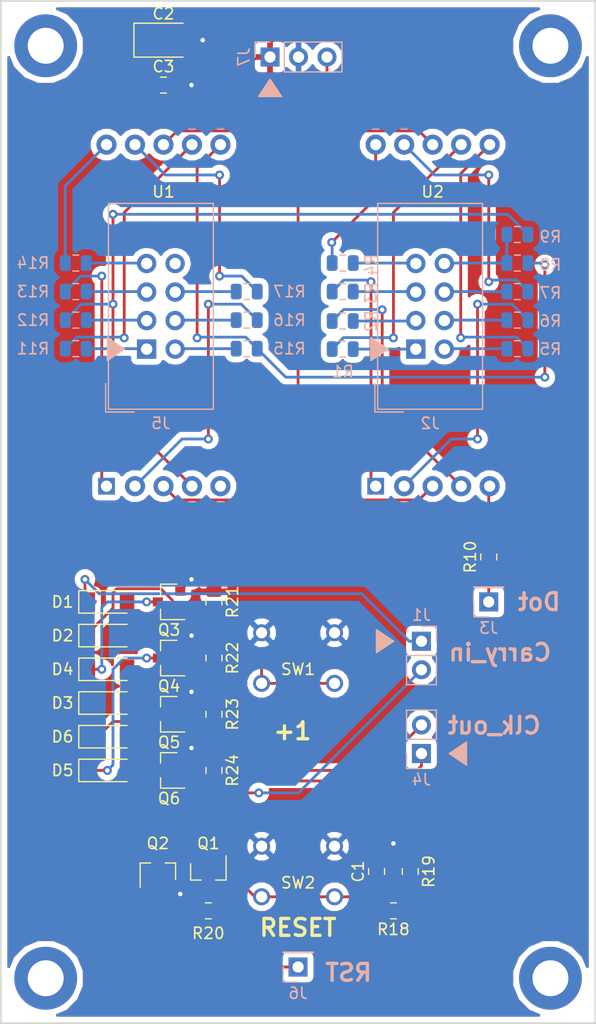
<source format=kicad_pcb>
(kicad_pcb (version 20171130) (host pcbnew "(5.0.1-3-g963ef8bb5)")
  (layers (0 F.Cu signal) (31 B.Cu signal) (34 B.Paste user) (35 F.Paste user) (36 B.SilkS user) (37 F.SilkS user) (38 B.Mask user) (39 F.Mask user) (44 Edge.Cuts user))
  (net 0 "")
  (net 1 "Net-(C1-Pad1)")
  (net 2 GND)
  (net 3 VCC)
  (net 4 /NXOR_m/A)
  (net 5 "Net-(D1-Pad2)")
  (net 6 /NXOR_m/B)
  (net 7 /NXOR_m/~A)
  (net 8 "Net-(D3-Pad2)")
  (net 9 /NXOR_m/~B)
  (net 10 "Net-(D5-Pad1)")
  (net 11 /NXOR_m/Q)
  (net 12 "Net-(D6-Pad1)")
  (net 13 "Net-(J2-Pad8)")
  (net 14 "Net-(J2-Pad7)")
  (net 15 "Net-(J2-Pad6)")
  (net 16 "Net-(J2-Pad5)")
  (net 17 "Net-(J2-Pad4)")
  (net 18 "Net-(J2-Pad3)")
  (net 19 "Net-(J2-Pad2)")
  (net 20 "Net-(J2-Pad1)")
  (net 21 "Net-(J3-Pad1)")
  (net 22 /NXOR_m/~Q)
  (net 23 "Net-(J5-Pad1)")
  (net 24 "Net-(J5-Pad2)")
  (net 25 "Net-(J5-Pad3)")
  (net 26 "Net-(J5-Pad4)")
  (net 27 "Net-(J5-Pad5)")
  (net 28 "Net-(J5-Pad6)")
  (net 29 "Net-(J5-Pad7)")
  (net 30 "Net-(J6-Pad1)")
  (net 31 VAA)
  (net 32 "Net-(Q1-Pad3)")
  (net 33 /D2_a)
  (net 34 /D2_c)
  (net 35 /D2_e)
  (net 36 /D2_g)
  (net 37 /D2_b)
  (net 38 /D2_d)
  (net 39 /D2_f)
  (net 40 /D1_b)
  (net 41 /D1_c)
  (net 42 /D2_dp)
  (net 43 /D1_a)
  (net 44 /D1_e)
  (net 45 /D1_g)
  (net 46 /D1_d)
  (net 47 /D1_f)
  (module lib:SA10-21HWA (layer F.Cu) (at 138.5 58)
    (fp_text reference U2 (at 0 -11) (layer F.SilkS))
    (fp_text value SA23-12EWA)
    (pad 10 thru_hole circle (at -5.08 -15.2) (size 1.8 1.8) (drill 1) (layers *.Cu *.Mask) (net 36 /D2_g))
    (pad 9 thru_hole circle (at -2.54 -15.2) (size 1.8 1.8) (drill 1) (layers *.Cu *.Mask) (net 39 /D2_f))
    (pad 8 thru_hole circle (at 0 -15.2) (size 1.8 1.8) (drill 1) (layers *.Cu *.Mask) (net 31 VAA))
    (pad 7 thru_hole circle (at 2.54 -15.2) (size 1.8 1.8) (drill 1) (layers *.Cu *.Mask) (net 33 /D2_a))
    (pad 6 thru_hole circle (at 5.08 -15.2) (size 1.8 1.8) (drill 1) (layers *.Cu *.Mask) (net 37 /D2_b))
    (pad 1 thru_hole rect (at -5.08 15.2) (size 1.5 1.5) (drill 1) (layers *.Cu *.Mask) (net 35 /D2_e))
    (pad 2 thru_hole circle (at -2.54 15.2) (size 1.8 1.8) (drill 1) (layers *.Cu *.Mask) (net 38 /D2_d))
    (pad 3 thru_hole circle (at 0 15.2) (size 1.8 1.8) (drill 1) (layers *.Cu *.Mask) (net 31 VAA))
    (pad 4 thru_hole circle (at 2.54 15.2) (size 1.8 1.8) (drill 1) (layers *.Cu *.Mask) (net 34 /D2_c))
    (pad 5 thru_hole circle (at 5.08 15.2) (size 1.8 1.8) (drill 1) (layers *.Cu *.Mask) (net 42 /D2_dp))
  )
  (module lib:SA10-21HWA (layer F.Cu) (at 114.5 58)
    (fp_text reference U1 (at 0 -11) (layer F.SilkS))
    (fp_text value SA23-12EWA)
    (pad 5 thru_hole circle (at 5.08 15.2) (size 1.8 1.8) (drill 1) (layers *.Cu *.Mask))
    (pad 4 thru_hole circle (at 2.54 15.2) (size 1.8 1.8) (drill 1) (layers *.Cu *.Mask) (net 41 /D1_c))
    (pad 3 thru_hole circle (at 0 15.2) (size 1.8 1.8) (drill 1) (layers *.Cu *.Mask) (net 31 VAA))
    (pad 2 thru_hole circle (at -2.54 15.2) (size 1.8 1.8) (drill 1) (layers *.Cu *.Mask) (net 46 /D1_d))
    (pad 1 thru_hole rect (at -5.08 15.2) (size 1.5 1.5) (drill 1) (layers *.Cu *.Mask) (net 44 /D1_e))
    (pad 6 thru_hole circle (at 5.08 -15.2) (size 1.8 1.8) (drill 1) (layers *.Cu *.Mask) (net 40 /D1_b))
    (pad 7 thru_hole circle (at 2.54 -15.2) (size 1.8 1.8) (drill 1) (layers *.Cu *.Mask) (net 43 /D1_a))
    (pad 8 thru_hole circle (at 0 -15.2) (size 1.8 1.8) (drill 1) (layers *.Cu *.Mask) (net 31 VAA))
    (pad 9 thru_hole circle (at -2.54 -15.2) (size 1.8 1.8) (drill 1) (layers *.Cu *.Mask) (net 47 /D1_f))
    (pad 10 thru_hole circle (at -5.08 -15.2) (size 1.8 1.8) (drill 1) (layers *.Cu *.Mask) (net 45 /D1_g))
  )
  (module Capacitor_SMD:C_0805_2012Metric (layer F.Cu) (at 133.5 107.5 90)
    (fp_text reference C1 (at 0 -1.65 90) (layer F.SilkS))
    (fp_text value 0.63u)
    (pad 1 smd roundrect (at -0.9375 0 90) (size 0.975 1.4) (layers F.Cu F.Paste F.Mask) (net 1 "Net-(C1-Pad1)"))
    (pad 2 smd roundrect (at 0.9375 0 90) (size 0.975 1.4) (layers F.Cu F.Paste F.Mask) (net 2 GND))
  )
  (module Capacitor_Tantalum_SMD:CP_EIA-3528-21_Kemet-B_Pad1.50x2.35mm_HandSolder (layer F.Cu) (at 114.5 33.5)
    (fp_text reference C2 (at 0 -2.35) (layer F.SilkS))
    (fp_text value "10u x 16v")
    (pad 1 smd roundrect (at -1.625 0) (size 1.5 2.35) (layers F.Cu F.Paste F.Mask) (roundrect_rratio 0.166667) (net 3 VCC))
    (pad 2 smd roundrect (at 1.625 0) (size 1.5 2.35) (layers F.Cu F.Paste F.Mask) (roundrect_rratio 0.166667) (net 2 GND))
  )
  (module Capacitor_SMD:C_0805_2012Metric (layer F.Cu) (at 114.5 37.5)
    (fp_text reference C3 (at 0 -1.65) (layer F.SilkS))
    (fp_text value 0.1u)
    (pad 2 smd roundrect (at 0.9375 0) (size 0.975 1.4) (layers F.Cu F.Paste F.Mask) (net 2 GND))
    (pad 1 smd roundrect (at -0.9375 0) (size 0.975 1.4) (layers F.Cu F.Paste F.Mask) (net 3 VCC))
  )
  (module Diode_SMD:D_MiniMELF (layer F.Cu) (at 109.5 83.5)
    (fp_text reference D1 (at -4 0) (layer F.SilkS))
    (fp_text value LL103C)
    (pad 1 smd rect (at -1.75 0) (size 1.3 1.7) (layers F.Cu F.Paste F.Mask) (net 4 /NXOR_m/A))
    (pad 2 smd rect (at 1.75 0) (size 1.3 1.7) (layers F.Cu F.Paste F.Mask) (net 5 "Net-(D1-Pad2)"))
  )
  (module Diode_SMD:D_MiniMELF (layer F.Cu) (at 109.5 86.5)
    (fp_text reference D2 (at -4 0) (layer F.SilkS))
    (fp_text value LL103C)
    (pad 2 smd rect (at 1.75 0) (size 1.3 1.7) (layers F.Cu F.Paste F.Mask) (net 5 "Net-(D1-Pad2)"))
    (pad 1 smd rect (at -1.75 0) (size 1.3 1.7) (layers F.Cu F.Paste F.Mask) (net 6 /NXOR_m/B))
  )
  (module Diode_SMD:D_MiniMELF (layer F.Cu) (at 109.5 92.5)
    (fp_text reference D3 (at -4 0) (layer F.SilkS))
    (fp_text value LL103C)
    (pad 1 smd rect (at -1.75 0) (size 1.3 1.7) (layers F.Cu F.Paste F.Mask) (net 7 /NXOR_m/~A))
    (pad 2 smd rect (at 1.75 0) (size 1.3 1.7) (layers F.Cu F.Paste F.Mask) (net 8 "Net-(D3-Pad2)"))
  )
  (module Diode_SMD:D_MiniMELF (layer F.Cu) (at 109.5 89.5)
    (fp_text reference D4 (at -4 0) (layer F.SilkS))
    (fp_text value LL103C)
    (pad 2 smd rect (at 1.75 0) (size 1.3 1.7) (layers F.Cu F.Paste F.Mask) (net 8 "Net-(D3-Pad2)"))
    (pad 1 smd rect (at -1.75 0) (size 1.3 1.7) (layers F.Cu F.Paste F.Mask) (net 9 /NXOR_m/~B))
  )
  (module Diode_SMD:D_MiniMELF (layer F.Cu) (at 109.5 98.5)
    (fp_text reference D5 (at -4 0) (layer F.SilkS))
    (fp_text value LL103C)
    (pad 1 smd rect (at -1.75 0) (size 1.3 1.7) (layers F.Cu F.Paste F.Mask) (net 10 "Net-(D5-Pad1)"))
    (pad 2 smd rect (at 1.75 0) (size 1.3 1.7) (layers F.Cu F.Paste F.Mask) (net 11 /NXOR_m/Q))
  )
  (module Diode_SMD:D_MiniMELF (layer F.Cu) (at 109.5 95.5)
    (fp_text reference D6 (at -4 0) (layer F.SilkS))
    (fp_text value LL103C)
    (pad 2 smd rect (at 1.75 0) (size 1.3 1.7) (layers F.Cu F.Paste F.Mask) (net 11 /NXOR_m/Q))
    (pad 1 smd rect (at -1.75 0) (size 1.3 1.7) (layers F.Cu F.Paste F.Mask) (net 12 "Net-(D6-Pad1)"))
  )
  (module MountingHole:MountingHole_3.2mm_M3_DIN965_Pad (layer F.Cu) (at 104 34)
    (fp_text reference H1 hide)
    (fp_text value MountingHole_Pad)
    (pad 1 thru_hole circle (at 0 0) (size 5.6 5.6) (drill 3.2) (layers *.Cu *.Mask))
  )
  (module MountingHole:MountingHole_3.2mm_M3_DIN965_Pad (layer F.Cu) (at 149 34)
    (fp_text reference H2 hide)
    (fp_text value MountingHole_Pad)
    (pad 1 thru_hole circle (at 0 0) (size 5.6 5.6) (drill 3.2) (layers *.Cu *.Mask))
  )
  (module MountingHole:MountingHole_3.2mm_M3_DIN965_Pad (layer F.Cu) (at 149 117)
    (fp_text reference H3 hide)
    (fp_text value MountingHole_Pad)
    (pad 1 thru_hole circle (at 0 0) (size 5.6 5.6) (drill 3.2) (layers *.Cu *.Mask))
  )
  (module MountingHole:MountingHole_3.2mm_M3_DIN965_Pad (layer F.Cu) (at 104 117)
    (fp_text reference H4 hide)
    (fp_text value MountingHole_Pad)
    (pad 1 thru_hole circle (at 0 0) (size 5.6 5.6) (drill 3.2) (layers *.Cu *.Mask))
  )
  (module Connector_PinHeader_2.54mm:PinHeader_1x02_P2.54mm_Vertical (layer B.Cu) (at 137.5 87 180)
    (fp_text reference J1 (at 0 2.33 180) (layer B.SilkS) (effects (justify mirror)))
    (fp_text value Carry_in)
    (pad 2 thru_hole oval (at 0 -2.54 180) (size 1.7 1.7) (drill 1) (layers *.Cu *.Mask) (net 7 /NXOR_m/~A))
    (pad 1 thru_hole rect (at 0 0 180) (size 1.7 1.7) (drill 1) (layers *.Cu *.Mask) (net 4 /NXOR_m/A))
  )
  (module Connector_IDC:IDC-Header_2x04_P2.54mm_Vertical (layer B.Cu) (at 137 61)
    (fp_text reference J2 (at 1.27 6.604) (layer B.SilkS) (effects (justify mirror)))
    (fp_text value x1)
    (pad 8 thru_hole oval (at 2.54 -7.62) (size 1.7272 1.7272) (drill 1.016) (layers *.Cu *.Mask) (net 13 "Net-(J2-Pad8)"))
    (pad 7 thru_hole oval (at 0 -7.62) (size 1.7272 1.7272) (drill 1.016) (layers *.Cu *.Mask) (net 14 "Net-(J2-Pad7)"))
    (pad 6 thru_hole oval (at 2.54 -5.08) (size 1.7272 1.7272) (drill 1.016) (layers *.Cu *.Mask) (net 15 "Net-(J2-Pad6)"))
    (pad 5 thru_hole oval (at 0 -5.08) (size 1.7272 1.7272) (drill 1.016) (layers *.Cu *.Mask) (net 16 "Net-(J2-Pad5)"))
    (pad 4 thru_hole oval (at 2.54 -2.54) (size 1.7272 1.7272) (drill 1.016) (layers *.Cu *.Mask) (net 17 "Net-(J2-Pad4)"))
    (pad 3 thru_hole oval (at 0 -2.54) (size 1.7272 1.7272) (drill 1.016) (layers *.Cu *.Mask) (net 18 "Net-(J2-Pad3)"))
    (pad 2 thru_hole oval (at 2.54 0) (size 1.7272 1.7272) (drill 1.016) (layers *.Cu *.Mask) (net 19 "Net-(J2-Pad2)"))
    (pad 1 thru_hole rect (at 0 0) (size 1.7272 1.7272) (drill 1.016) (layers *.Cu *.Mask) (net 20 "Net-(J2-Pad1)"))
  )
  (module Connector_PinHeader_2.54mm:PinHeader_1x01_P2.54mm_Vertical (layer B.Cu) (at 143.5 83.5)
    (fp_text reference J3 (at 0 2.33) (layer B.SilkS) (effects (justify mirror)))
    (fp_text value Second)
    (pad 1 thru_hole rect (at 0 0) (size 1.7 1.7) (drill 1) (layers *.Cu *.Mask) (net 21 "Net-(J3-Pad1)"))
  )
  (module Connector_PinHeader_2.54mm:PinHeader_1x02_P2.54mm_Vertical (layer B.Cu) (at 137.5 97)
    (fp_text reference J4 (at 0 2.33) (layer B.SilkS) (effects (justify mirror)))
    (fp_text value Clk_out)
    (pad 1 thru_hole rect (at 0 0) (size 1.7 1.7) (drill 1) (layers *.Cu *.Mask) (net 11 /NXOR_m/Q))
    (pad 2 thru_hole oval (at 0 -2.54) (size 1.7 1.7) (drill 1) (layers *.Cu *.Mask) (net 22 /NXOR_m/~Q))
  )
  (module Connector_IDC:IDC-Header_2x04_P2.54mm_Vertical (layer B.Cu) (at 113 61)
    (fp_text reference J5 (at 1.27 6.604) (layer B.SilkS) (effects (justify mirror)))
    (fp_text value x10)
    (pad 1 thru_hole rect (at 0 0) (size 1.7272 1.7272) (drill 1.016) (layers *.Cu *.Mask) (net 23 "Net-(J5-Pad1)"))
    (pad 2 thru_hole oval (at 2.54 0) (size 1.7272 1.7272) (drill 1.016) (layers *.Cu *.Mask) (net 24 "Net-(J5-Pad2)"))
    (pad 3 thru_hole oval (at 0 -2.54) (size 1.7272 1.7272) (drill 1.016) (layers *.Cu *.Mask) (net 25 "Net-(J5-Pad3)"))
    (pad 4 thru_hole oval (at 2.54 -2.54) (size 1.7272 1.7272) (drill 1.016) (layers *.Cu *.Mask) (net 26 "Net-(J5-Pad4)"))
    (pad 5 thru_hole oval (at 0 -5.08) (size 1.7272 1.7272) (drill 1.016) (layers *.Cu *.Mask) (net 27 "Net-(J5-Pad5)"))
    (pad 6 thru_hole oval (at 2.54 -5.08) (size 1.7272 1.7272) (drill 1.016) (layers *.Cu *.Mask) (net 28 "Net-(J5-Pad6)"))
    (pad 7 thru_hole oval (at 0 -7.62) (size 1.7272 1.7272) (drill 1.016) (layers *.Cu *.Mask) (net 29 "Net-(J5-Pad7)"))
    (pad 8 thru_hole oval (at 2.54 -7.62) (size 1.7272 1.7272) (drill 1.016) (layers *.Cu *.Mask))
  )
  (module Connector_PinHeader_2.54mm:PinHeader_1x01_P2.54mm_Vertical (layer B.Cu) (at 126.5 116)
    (fp_text reference J6 (at 0 2.33) (layer B.SilkS) (effects (justify mirror)))
    (fp_text value ~RST)
    (pad 1 thru_hole rect (at 0 0) (size 1.7 1.7) (drill 1) (layers *.Cu *.Mask) (net 30 "Net-(J6-Pad1)"))
  )
  (module Connector_PinHeader_2.54mm:PinHeader_1x03_P2.54mm_Vertical (layer B.Cu) (at 124 35 270)
    (fp_text reference J7 (at 0 2.33 270) (layer B.SilkS) (effects (justify mirror)))
    (fp_text value Power)
    (pad 1 thru_hole rect (at 0 0 270) (size 1.7 1.7) (drill 1) (layers *.Cu *.Mask) (net 3 VCC))
    (pad 2 thru_hole oval (at 0 -2.54 270) (size 1.7 1.7) (drill 1) (layers *.Cu *.Mask) (net 2 GND))
    (pad 3 thru_hole oval (at 0 -5.08 270) (size 1.7 1.7) (drill 1) (layers *.Cu *.Mask) (net 31 VAA))
  )
  (module Package_TO_SOT_SMD:SOT-23 (layer F.Cu) (at 118.5 107.5 270)
    (fp_text reference Q1 (at -2.5 0) (layer F.SilkS))
    (fp_text value 2N7002)
    (pad 3 smd rect (at 1 0 270) (size 0.9 0.8) (layers F.Cu F.Paste F.Mask) (net 32 "Net-(Q1-Pad3)"))
    (pad 2 smd rect (at -1 0.95 270) (size 0.9 0.8) (layers F.Cu F.Paste F.Mask) (net 2 GND))
    (pad 1 smd rect (at -1 -0.95 270) (size 0.9 0.8) (layers F.Cu F.Paste F.Mask) (net 1 "Net-(C1-Pad1)"))
  )
  (module Package_TO_SOT_SMD:SOT-23 (layer F.Cu) (at 114 107.5 90)
    (fp_text reference Q2 (at 2.5 0 180) (layer F.SilkS))
    (fp_text value 2N7002)
    (pad 1 smd rect (at -1 -0.95 90) (size 0.9 0.8) (layers F.Cu F.Paste F.Mask) (net 32 "Net-(Q1-Pad3)"))
    (pad 2 smd rect (at -1 0.95 90) (size 0.9 0.8) (layers F.Cu F.Paste F.Mask) (net 2 GND))
    (pad 3 smd rect (at 1 0 90) (size 0.9 0.8) (layers F.Cu F.Paste F.Mask) (net 30 "Net-(J6-Pad1)"))
  )
  (module Package_TO_SOT_SMD:SOT-23 (layer F.Cu) (at 115 83.5 180)
    (fp_text reference Q3 (at 0 -2.5 180) (layer F.SilkS))
    (fp_text value 2N7002)
    (pad 3 smd rect (at 1 0 180) (size 0.9 0.8) (layers F.Cu F.Paste F.Mask) (net 9 /NXOR_m/~B))
    (pad 2 smd rect (at -1 0.95 180) (size 0.9 0.8) (layers F.Cu F.Paste F.Mask) (net 2 GND))
    (pad 1 smd rect (at -1 -0.95 180) (size 0.9 0.8) (layers F.Cu F.Paste F.Mask) (net 6 /NXOR_m/B))
  )
  (module Package_TO_SOT_SMD:SOT-23 (layer F.Cu) (at 115 88.5 180)
    (fp_text reference Q4 (at 0 -2.5 180) (layer F.SilkS))
    (fp_text value 2N7002)
    (pad 3 smd rect (at 1 0 180) (size 0.9 0.8) (layers F.Cu F.Paste F.Mask) (net 10 "Net-(D5-Pad1)"))
    (pad 2 smd rect (at -1 0.95 180) (size 0.9 0.8) (layers F.Cu F.Paste F.Mask) (net 2 GND))
    (pad 1 smd rect (at -1 -0.95 180) (size 0.9 0.8) (layers F.Cu F.Paste F.Mask) (net 5 "Net-(D1-Pad2)"))
  )
  (module Package_TO_SOT_SMD:SOT-23 (layer F.Cu) (at 115 93.5 180)
    (fp_text reference Q5 (at 0 -2.5 180) (layer F.SilkS))
    (fp_text value 2N7002)
    (pad 1 smd rect (at -1 -0.95 180) (size 0.9 0.8) (layers F.Cu F.Paste F.Mask) (net 8 "Net-(D3-Pad2)"))
    (pad 2 smd rect (at -1 0.95 180) (size 0.9 0.8) (layers F.Cu F.Paste F.Mask) (net 2 GND))
    (pad 3 smd rect (at 1 0 180) (size 0.9 0.8) (layers F.Cu F.Paste F.Mask) (net 12 "Net-(D6-Pad1)"))
  )
  (module Package_TO_SOT_SMD:SOT-23 (layer F.Cu) (at 115 98.5 180)
    (fp_text reference Q6 (at 0 -2.5 180) (layer F.SilkS))
    (fp_text value 2N7002)
    (pad 1 smd rect (at -1 -0.95 180) (size 0.9 0.8) (layers F.Cu F.Paste F.Mask) (net 11 /NXOR_m/Q))
    (pad 2 smd rect (at -1 0.95 180) (size 0.9 0.8) (layers F.Cu F.Paste F.Mask) (net 2 GND))
    (pad 3 smd rect (at 1 0 180) (size 0.9 0.8) (layers F.Cu F.Paste F.Mask) (net 22 /NXOR_m/~Q))
  )
  (module Resistor_SMD:R_0805_2012Metric (layer B.Cu) (at 130.4775 61 180)
    (fp_text reference R1 (at -0.0225 -2) (layer B.SilkS) (effects (justify mirror)))
    (fp_text value 220)
    (pad 2 smd roundrect (at 0.9375 0 180) (size 0.975 1.4) (layers B.Cu B.Paste B.Mask) (net 33 /D2_a))
    (pad 1 smd roundrect (at -0.9375 0 180) (size 0.975 1.4) (layers B.Cu B.Paste B.Mask) (net 20 "Net-(J2-Pad1)"))
  )
  (module Resistor_SMD:R_0805_2012Metric (layer B.Cu) (at 130.4775 58.5 180)
    (fp_text reference R2 (at -2.5225 0 270) (layer B.SilkS) (effects (justify mirror)))
    (fp_text value 220)
    (pad 1 smd roundrect (at -0.9375 0 180) (size 0.975 1.4) (layers B.Cu B.Paste B.Mask) (net 18 "Net-(J2-Pad3)"))
    (pad 2 smd roundrect (at 0.9375 0 180) (size 0.975 1.4) (layers B.Cu B.Paste B.Mask) (net 34 /D2_c))
  )
  (module Resistor_SMD:R_0805_2012Metric (layer B.Cu) (at 130.4775 55.88 180)
    (fp_text reference R3 (at -2.5225 -0.12 270) (layer B.SilkS) (effects (justify mirror)))
    (fp_text value 220)
    (pad 2 smd roundrect (at 0.9375 0 180) (size 0.975 1.4) (layers B.Cu B.Paste B.Mask) (net 35 /D2_e))
    (pad 1 smd roundrect (at -0.9375 0 180) (size 0.975 1.4) (layers B.Cu B.Paste B.Mask) (net 16 "Net-(J2-Pad5)"))
  )
  (module Resistor_SMD:R_0805_2012Metric (layer B.Cu) (at 130.4775 53.34 180)
    (fp_text reference R4 (at -2.5225 -0.16 270) (layer B.SilkS) (effects (justify mirror)))
    (fp_text value 220)
    (pad 1 smd roundrect (at -0.9375 0 180) (size 0.975 1.4) (layers B.Cu B.Paste B.Mask) (net 14 "Net-(J2-Pad7)"))
    (pad 2 smd roundrect (at 0.9375 0 180) (size 0.975 1.4) (layers B.Cu B.Paste B.Mask) (net 36 /D2_g))
  )
  (module Resistor_SMD:R_0805_2012Metric (layer B.Cu) (at 146.05 60.96)
    (fp_text reference R5 (at 2.95 0.04) (layer B.SilkS) (effects (justify mirror)))
    (fp_text value 220)
    (pad 2 smd roundrect (at 0.9375 0) (size 0.975 1.4) (layers B.Cu B.Paste B.Mask) (net 37 /D2_b))
    (pad 1 smd roundrect (at -0.9375 0) (size 0.975 1.4) (layers B.Cu B.Paste B.Mask) (net 19 "Net-(J2-Pad2)"))
  )
  (module Resistor_SMD:R_0805_2012Metric (layer B.Cu) (at 146.05 58.42)
    (fp_text reference R6 (at 2.95 0.08) (layer B.SilkS) (effects (justify mirror)))
    (fp_text value 220)
    (pad 1 smd roundrect (at -0.9375 0) (size 0.975 1.4) (layers B.Cu B.Paste B.Mask) (net 17 "Net-(J2-Pad4)"))
    (pad 2 smd roundrect (at 0.9375 0) (size 0.975 1.4) (layers B.Cu B.Paste B.Mask) (net 38 /D2_d))
  )
  (module Resistor_SMD:R_0805_2012Metric (layer B.Cu) (at 146.05 55.88)
    (fp_text reference R7 (at 2.95 0.12) (layer B.SilkS) (effects (justify mirror)))
    (fp_text value 220)
    (pad 2 smd roundrect (at 0.9375 0) (size 0.975 1.4) (layers B.Cu B.Paste B.Mask) (net 39 /D2_f))
    (pad 1 smd roundrect (at -0.9375 0) (size 0.975 1.4) (layers B.Cu B.Paste B.Mask) (net 15 "Net-(J2-Pad6)"))
  )
  (module Resistor_SMD:R_0805_2012Metric (layer B.Cu) (at 146.05 53.34)
    (fp_text reference R8 (at 2.95 0.16) (layer B.SilkS) (effects (justify mirror)))
    (fp_text value 220)
    (pad 1 smd roundrect (at -0.9375 0) (size 0.975 1.4) (layers B.Cu B.Paste B.Mask) (net 13 "Net-(J2-Pad8)"))
    (pad 2 smd roundrect (at 0.9375 0) (size 0.975 1.4) (layers B.Cu B.Paste B.Mask) (net 40 /D1_b))
  )
  (module Resistor_SMD:R_0805_2012Metric (layer B.Cu) (at 146.05 50.8)
    (fp_text reference R9 (at 2.95 0.2) (layer B.SilkS) (effects (justify mirror)))
    (fp_text value 220)
    (pad 2 smd roundrect (at 0.9375 0) (size 0.975 1.4) (layers B.Cu B.Paste B.Mask) (net 41 /D1_c))
    (pad 1 smd roundrect (at -0.9375 0) (size 0.975 1.4) (layers B.Cu B.Paste B.Mask) (net 13 "Net-(J2-Pad8)"))
  )
  (module Resistor_SMD:R_0805_2012Metric (layer F.Cu) (at 143.5 79.5 90)
    (fp_text reference R10 (at 0 -1.65 90) (layer F.SilkS))
    (fp_text value 330)
    (pad 1 smd roundrect (at -0.9375 0 90) (size 0.975 1.4) (layers F.Cu F.Paste F.Mask) (net 21 "Net-(J3-Pad1)"))
    (pad 2 smd roundrect (at 0.9375 0 90) (size 0.975 1.4) (layers F.Cu F.Paste F.Mask) (net 42 /D2_dp))
  )
  (module Resistor_SMD:R_0805_2012Metric (layer B.Cu) (at 106.68 60.96 180)
    (fp_text reference R11 (at 3.81 0 180) (layer B.SilkS) (effects (justify mirror)))
    (fp_text value 220)
    (pad 1 smd roundrect (at -0.9375 0 180) (size 0.975 1.4) (layers B.Cu B.Paste B.Mask) (net 23 "Net-(J5-Pad1)"))
    (pad 2 smd roundrect (at 0.9375 0 180) (size 0.975 1.4) (layers B.Cu B.Paste B.Mask) (net 43 /D1_a))
  )
  (module Resistor_SMD:R_0805_2012Metric (layer B.Cu) (at 106.68 58.42 180)
    (fp_text reference R12 (at 3.81 0 180) (layer B.SilkS) (effects (justify mirror)))
    (fp_text value 220)
    (pad 2 smd roundrect (at 0.9375 0 180) (size 0.975 1.4) (layers B.Cu B.Paste B.Mask) (net 41 /D1_c))
    (pad 1 smd roundrect (at -0.9375 0 180) (size 0.975 1.4) (layers B.Cu B.Paste B.Mask) (net 25 "Net-(J5-Pad3)"))
  )
  (module Resistor_SMD:R_0805_2012Metric (layer B.Cu) (at 106.68 55.88 180)
    (fp_text reference R13 (at 3.81 0 180) (layer B.SilkS) (effects (justify mirror)))
    (fp_text value 220)
    (pad 2 smd roundrect (at 0.9375 0 180) (size 0.975 1.4) (layers B.Cu B.Paste B.Mask) (net 44 /D1_e))
    (pad 1 smd roundrect (at -0.9375 0 180) (size 0.975 1.4) (layers B.Cu B.Paste B.Mask) (net 27 "Net-(J5-Pad5)"))
  )
  (module Resistor_SMD:R_0805_2012Metric (layer B.Cu) (at 106.68 53.34 180)
    (fp_text reference R14 (at 3.81 0 180) (layer B.SilkS) (effects (justify mirror)))
    (fp_text value 220)
    (pad 1 smd roundrect (at -0.9375 0 180) (size 0.975 1.4) (layers B.Cu B.Paste B.Mask) (net 29 "Net-(J5-Pad7)"))
    (pad 2 smd roundrect (at 0.9375 0 180) (size 0.975 1.4) (layers B.Cu B.Paste B.Mask) (net 45 /D1_g))
  )
  (module Resistor_SMD:R_0805_2012Metric (layer B.Cu) (at 121.92 60.96)
    (fp_text reference R15 (at 3.81 0) (layer B.SilkS) (effects (justify mirror)))
    (fp_text value 220)
    (pad 2 smd roundrect (at 0.9375 0) (size 0.975 1.4) (layers B.Cu B.Paste B.Mask) (net 40 /D1_b))
    (pad 1 smd roundrect (at -0.9375 0) (size 0.975 1.4) (layers B.Cu B.Paste B.Mask) (net 24 "Net-(J5-Pad2)"))
  )
  (module Resistor_SMD:R_0805_2012Metric (layer B.Cu) (at 121.92 58.42)
    (fp_text reference R16 (at 3.81 0) (layer B.SilkS) (effects (justify mirror)))
    (fp_text value 220)
    (pad 1 smd roundrect (at -0.9375 0) (size 0.975 1.4) (layers B.Cu B.Paste B.Mask) (net 26 "Net-(J5-Pad4)"))
    (pad 2 smd roundrect (at 0.9375 0) (size 0.975 1.4) (layers B.Cu B.Paste B.Mask) (net 46 /D1_d))
  )
  (module Resistor_SMD:R_0805_2012Metric (layer B.Cu) (at 121.92 55.88)
    (fp_text reference R17 (at 3.81 0) (layer B.SilkS) (effects (justify mirror)))
    (fp_text value 220)
    (pad 2 smd roundrect (at 0.9375 0) (size 0.975 1.4) (layers B.Cu B.Paste B.Mask) (net 47 /D1_f))
    (pad 1 smd roundrect (at -0.9375 0) (size 0.975 1.4) (layers B.Cu B.Paste B.Mask) (net 28 "Net-(J5-Pad6)"))
  )
  (module Resistor_SMD:R_0805_2012Metric (layer F.Cu) (at 135 111 180)
    (fp_text reference R18 (at 0 -1.65 180) (layer F.SilkS))
    (fp_text value 100k)
    (pad 2 smd roundrect (at 0.9375 0 180) (size 0.975 1.4) (layers F.Cu F.Paste F.Mask) (net 3 VCC))
    (pad 1 smd roundrect (at -0.9375 0 180) (size 0.975 1.4) (layers F.Cu F.Paste F.Mask) (net 1 "Net-(C1-Pad1)"))
  )
  (module Resistor_SMD:R_0805_2012Metric (layer F.Cu) (at 136.5 107.5 270)
    (fp_text reference R19 (at 0 -1.65 270) (layer F.SilkS))
    (fp_text value 100k)
    (pad 1 smd roundrect (at -0.9375 0 270) (size 0.975 1.4) (layers F.Cu F.Paste F.Mask) (net 2 GND))
    (pad 2 smd roundrect (at 0.9375 0 270) (size 0.975 1.4) (layers F.Cu F.Paste F.Mask) (net 1 "Net-(C1-Pad1)"))
  )
  (module Resistor_SMD:R_0805_2012Metric (layer F.Cu) (at 118.5 111)
    (fp_text reference R20 (at 0 2) (layer F.SilkS))
    (fp_text value 20k)
    (pad 2 smd roundrect (at 0.9375 0) (size 0.975 1.4) (layers F.Cu F.Paste F.Mask) (net 3 VCC))
    (pad 1 smd roundrect (at -0.9375 0) (size 0.975 1.4) (layers F.Cu F.Paste F.Mask) (net 32 "Net-(Q1-Pad3)"))
  )
  (module Resistor_SMD:R_0805_2012Metric (layer F.Cu) (at 119 83.5 270)
    (fp_text reference R21 (at 0 -1.65 270) (layer F.SilkS))
    (fp_text value 20k)
    (pad 1 smd roundrect (at -0.9375 0 270) (size 0.975 1.4) (layers F.Cu F.Paste F.Mask) (net 3 VCC))
    (pad 2 smd roundrect (at 0.9375 0 270) (size 0.975 1.4) (layers F.Cu F.Paste F.Mask) (net 6 /NXOR_m/B))
  )
  (module Resistor_SMD:R_0805_2012Metric (layer F.Cu) (at 119 88.5 270)
    (fp_text reference R22 (at 0 -1.65 270) (layer F.SilkS))
    (fp_text value 20k)
    (pad 1 smd roundrect (at -0.9375 0 270) (size 0.975 1.4) (layers F.Cu F.Paste F.Mask) (net 3 VCC))
    (pad 2 smd roundrect (at 0.9375 0 270) (size 0.975 1.4) (layers F.Cu F.Paste F.Mask) (net 5 "Net-(D1-Pad2)"))
  )
  (module Resistor_SMD:R_0805_2012Metric (layer F.Cu) (at 119 93.5 270)
    (fp_text reference R23 (at 0 -1.65 270) (layer F.SilkS))
    (fp_text value 20k)
    (pad 2 smd roundrect (at 0.9375 0 270) (size 0.975 1.4) (layers F.Cu F.Paste F.Mask) (net 8 "Net-(D3-Pad2)"))
    (pad 1 smd roundrect (at -0.9375 0 270) (size 0.975 1.4) (layers F.Cu F.Paste F.Mask) (net 3 VCC))
  )
  (module Resistor_SMD:R_0805_2012Metric (layer F.Cu) (at 119 98.5 270)
    (fp_text reference R24 (at 0 -1.65 270) (layer F.SilkS))
    (fp_text value 20k)
    (pad 1 smd roundrect (at -0.9375 0 270) (size 0.975 1.4) (layers F.Cu F.Paste F.Mask) (net 3 VCC))
    (pad 2 smd roundrect (at 0.9375 0 270) (size 0.975 1.4) (layers F.Cu F.Paste F.Mask) (net 11 /NXOR_m/Q))
  )
  (module lib:DTS-644 (layer F.Cu) (at 126.5 88.5)
    (fp_text reference SW1 (at 0 1) (layer F.SilkS))
    (fp_text value M)
    (pad 4 thru_hole circle (at 3.25 2.25) (size 1.524 1.524) (drill 1) (layers *.Cu *.Mask) (net 6 /NXOR_m/B))
    (pad 3 thru_hole circle (at 3.25 -2.25) (size 1.524 1.524) (drill 1) (layers *.Cu *.Mask) (net 2 GND))
    (pad 2 thru_hole circle (at -3.25 2.25) (size 1.524 1.524) (drill 1) (layers *.Cu *.Mask) (net 6 /NXOR_m/B))
    (pad 1 thru_hole circle (at -3.25 -2.25) (size 1.524 1.524) (drill 1) (layers *.Cu *.Mask) (net 2 GND))
  )
  (module lib:DTS-644 (layer F.Cu) (at 126.5 107.5)
    (fp_text reference SW2 (at 0 1) (layer F.SilkS))
    (fp_text value Reset)
    (pad 1 thru_hole circle (at -3.25 -2.25) (size 1.524 1.524) (drill 1) (layers *.Cu *.Mask) (net 2 GND))
    (pad 2 thru_hole circle (at -3.25 2.25) (size 1.524 1.524) (drill 1) (layers *.Cu *.Mask) (net 1 "Net-(C1-Pad1)"))
    (pad 3 thru_hole circle (at 3.25 -2.25) (size 1.524 1.524) (drill 1) (layers *.Cu *.Mask) (net 2 GND))
    (pad 4 thru_hole circle (at 3.25 2.25) (size 1.524 1.524) (drill 1) (layers *.Cu *.Mask) (net 1 "Net-(C1-Pad1)"))
  )
  (gr_text +1 (at 126 95) (layer F.SilkS) (effects (font (size 1.5 1.5) (thickness 0.3))))
  (gr_text RESET (at 126.5 112.5) (layer F.SilkS) (effects (font (size 1.5 1.5) (thickness 0.3))))
  (gr_text Dot (at 148 83.5) (layer B.SilkS) (effects (font (size 1.5 1.5) (thickness 0.3)) (justify mirror)))
  (gr_text Clk_out (at 144 94.5) (layer B.SilkS) (effects (font (size 1.5 1.5) (thickness 0.3)) (justify mirror)))
  (gr_text Carry_in (at 144.5 88) (layer B.SilkS) (effects (font (size 1.5 1.5) (thickness 0.3)) (justify mirror)))
  (gr_text RST (at 131 116.5) (layer B.SilkS) (effects (font (size 1.5 1.5) (thickness 0.3)) (justify mirror)))
  (gr_poly (pts (xy 123 38.5) (xy 125 38.5) (xy 124 37)) (layer B.SilkS) (width 0.15))
  (gr_poly (pts (xy 109.5 60) (xy 109.5 62) (xy 111 61)) (layer B.SilkS) (width 0.15))
  (gr_poly (pts (xy 133 60) (xy 133 62) (xy 134.5 61)) (layer B.SilkS) (width 0.15))
  (gr_poly (pts (xy 133.5 86) (xy 133.5 88) (xy 135 87)) (layer B.SilkS) (width 0.15))
  (gr_poly (pts (xy 141.5 98) (xy 141.5 96) (xy 140 97)) (layer B.SilkS) (width 0.15))
  (gr_line (start 100 121) (end 100 30) (layer Edge.Cuts) (width 0.15))
  (gr_line (start 153 121) (end 100 121) (layer Edge.Cuts) (width 0.15))
  (gr_line (start 153 30) (end 153 121) (layer Edge.Cuts) (width 0.15))
  (gr_line (start 100 30) (end 153 30) (layer Edge.Cuts) (width 0.15))
  (segment (start 124.32763 109.75) (end 129.75 109.75) (width 0.25) (layer F.Cu) (net 1))
  (segment (start 123.25 109.75) (end 124.32763 109.75) (width 0.25) (layer F.Cu) (net 1))
  (segment (start 132.1875 109.75) (end 133.5 108.4375) (width 0.25) (layer F.Cu) (net 1))
  (segment (start 129.75 109.75) (end 132.1875 109.75) (width 0.25) (layer F.Cu) (net 1))
  (segment (start 133.5 108.4375) (end 136.5 108.4375) (width 0.25) (layer F.Cu) (net 1))
  (segment (start 135.9375 109) (end 135.9375 111) (width 0.25) (layer F.Cu) (net 1))
  (segment (start 136.5 108.4375) (end 135.9375 109) (width 0.25) (layer F.Cu) (net 1))
  (segment (start 122.65 109.75) (end 123.25 109.75) (width 0.25) (layer F.Cu) (net 1))
  (segment (start 119.45 106.55) (end 122.65 109.75) (width 0.25) (layer F.Cu) (net 1))
  (segment (start 119.45 106.5) (end 119.45 106.55) (width 0.25) (layer F.Cu) (net 1))
  (via (at 116 109.5) (size 0.8) (drill 0.4) (layers F.Cu B.Cu) (net 2))
  (segment (start 115 108.5) (end 116 109.5) (width 0.25) (layer F.Cu) (net 2))
  (segment (start 114.95 108.5) (end 115 108.5) (width 0.25) (layer F.Cu) (net 2))
  (segment (start 114.95 108.45) (end 114.95 108.5) (width 0.25) (layer F.Cu) (net 2))
  (segment (start 116.9 106.5) (end 114.95 108.45) (width 0.25) (layer F.Cu) (net 2))
  (segment (start 117.55 106.5) (end 116.9 106.5) (width 0.25) (layer F.Cu) (net 2))
  (via (at 117 37.5) (size 0.8) (drill 0.4) (layers F.Cu B.Cu) (net 2))
  (segment (start 115.4375 37.5) (end 117 37.5) (width 0.25) (layer F.Cu) (net 2))
  (via (at 118 33.5) (size 0.8) (drill 0.4) (layers F.Cu B.Cu) (net 2))
  (segment (start 116.125 33.5) (end 118 33.5) (width 0.25) (layer F.Cu) (net 2))
  (segment (start 135 106.5625) (end 135 105) (width 0.25) (layer F.Cu) (net 2))
  (via (at 135 105) (size 0.8) (drill 0.4) (layers F.Cu B.Cu) (net 2))
  (segment (start 133.5 106.5625) (end 135 106.5625) (width 0.25) (layer F.Cu) (net 2))
  (segment (start 135 106.5625) (end 136.5 106.5625) (width 0.25) (layer F.Cu) (net 2))
  (via (at 117 96.5) (size 0.8) (drill 0.4) (layers F.Cu B.Cu) (net 2))
  (segment (start 116 97.5) (end 117 96.5) (width 0.25) (layer F.Cu) (net 2))
  (segment (start 116 97.55) (end 116 97.5) (width 0.25) (layer F.Cu) (net 2))
  (segment (start 116 92.5) (end 117 91.5) (width 0.25) (layer F.Cu) (net 2))
  (via (at 117 91.5) (size 0.8) (drill 0.4) (layers F.Cu B.Cu) (net 2))
  (segment (start 116 92.55) (end 116 92.5) (width 0.25) (layer F.Cu) (net 2))
  (via (at 117 86.5) (size 0.8) (drill 0.4) (layers F.Cu B.Cu) (net 2))
  (segment (start 116 87.5) (end 117 86.5) (width 0.25) (layer F.Cu) (net 2))
  (segment (start 116 87.55) (end 116 87.5) (width 0.25) (layer F.Cu) (net 2))
  (via (at 117 81.5) (size 0.8) (drill 0.4) (layers F.Cu B.Cu) (net 2))
  (segment (start 116 82.5) (end 117 81.5) (width 0.25) (layer F.Cu) (net 2))
  (segment (start 116 82.55) (end 116 82.5) (width 0.25) (layer F.Cu) (net 2))
  (segment (start 108.774999 82.774999) (end 107.5 81.5) (width 0.25) (layer B.Cu) (net 4))
  (via (at 107.5 81.5) (size 0.8) (drill 0.4) (layers F.Cu B.Cu) (net 4))
  (segment (start 136.4 87) (end 132.174999 82.774999) (width 0.25) (layer B.Cu) (net 4))
  (segment (start 132.174999 82.774999) (end 108.774999 82.774999) (width 0.25) (layer B.Cu) (net 4))
  (segment (start 137.5 87) (end 136.4 87) (width 0.25) (layer B.Cu) (net 4))
  (segment (start 107.5 83.25) (end 107.75 83.5) (width 0.25) (layer F.Cu) (net 4))
  (segment (start 107.5 81.5) (end 107.5 83.25) (width 0.25) (layer F.Cu) (net 4))
  (segment (start 111.25 83.5) (end 111.25 86.5) (width 0.25) (layer F.Cu) (net 5))
  (segment (start 115.95 89.45) (end 116 89.45) (width 0.25) (layer F.Cu) (net 5))
  (segment (start 115.3 88.8) (end 115.95 89.45) (width 0.25) (layer F.Cu) (net 5))
  (segment (start 115.3 88.285002) (end 115.3 88.8) (width 0.25) (layer F.Cu) (net 5))
  (segment (start 113.514998 86.5) (end 115.3 88.285002) (width 0.25) (layer F.Cu) (net 5))
  (segment (start 111.25 86.5) (end 113.514998 86.5) (width 0.25) (layer F.Cu) (net 5))
  (segment (start 116.0125 89.4375) (end 116 89.45) (width 0.25) (layer F.Cu) (net 5))
  (segment (start 119 89.4375) (end 116.0125 89.4375) (width 0.25) (layer F.Cu) (net 5))
  (segment (start 107.75 86.3) (end 110 84.05) (width 0.25) (layer F.Cu) (net 6))
  (segment (start 107.75 86.5) (end 107.75 86.3) (width 0.25) (layer F.Cu) (net 6))
  (segment (start 115.95 84.45) (end 116 84.45) (width 0.25) (layer F.Cu) (net 6))
  (segment (start 115.3 83.8) (end 115.95 84.45) (width 0.25) (layer F.Cu) (net 6))
  (segment (start 115.3 83.364998) (end 115.3 83.8) (width 0.25) (layer F.Cu) (net 6))
  (segment (start 114.260001 82.324999) (end 115.3 83.364998) (width 0.25) (layer F.Cu) (net 6))
  (segment (start 110.339999 82.324999) (end 114.260001 82.324999) (width 0.25) (layer F.Cu) (net 6))
  (segment (start 110 82.664998) (end 110.339999 82.324999) (width 0.25) (layer F.Cu) (net 6))
  (segment (start 110 84.05) (end 110 82.664998) (width 0.25) (layer F.Cu) (net 6))
  (segment (start 118.9875 84.45) (end 119 84.4375) (width 0.25) (layer F.Cu) (net 6))
  (segment (start 116 84.45) (end 118.9875 84.45) (width 0.25) (layer F.Cu) (net 6))
  (segment (start 128.67237 90.75) (end 123.25 90.75) (width 0.25) (layer F.Cu) (net 6))
  (segment (start 129.75 90.75) (end 128.67237 90.75) (width 0.25) (layer F.Cu) (net 6))
  (segment (start 123.25 88.6875) (end 123.25 90.75) (width 0.25) (layer F.Cu) (net 6))
  (segment (start 119 84.4375) (end 123.25 88.6875) (width 0.25) (layer F.Cu) (net 6))
  (segment (start 106.774999 92.575001) (end 106.774999 99.774999) (width 0.25) (layer F.Cu) (net 7))
  (segment (start 106.85 92.5) (end 106.774999 92.575001) (width 0.25) (layer F.Cu) (net 7))
  (segment (start 107.75 92.5) (end 106.85 92.5) (width 0.25) (layer F.Cu) (net 7))
  (segment (start 107.5 100.5) (end 123 100.5) (width 0.25) (layer F.Cu) (net 7))
  (via (at 123 100.5) (size 0.8) (drill 0.4) (layers F.Cu B.Cu) (net 7))
  (segment (start 106.774999 99.774999) (end 107.5 100.5) (width 0.25) (layer F.Cu) (net 7))
  (segment (start 126.54 100.5) (end 137.5 89.54) (width 0.25) (layer B.Cu) (net 7))
  (segment (start 123 100.5) (end 126.54 100.5) (width 0.25) (layer B.Cu) (net 7))
  (segment (start 111.25 89.5) (end 111.25 92.5) (width 0.25) (layer F.Cu) (net 8))
  (segment (start 115.95 94.45) (end 116 94.45) (width 0.25) (layer F.Cu) (net 8))
  (segment (start 115.3 93.8) (end 115.95 94.45) (width 0.25) (layer F.Cu) (net 8))
  (segment (start 115.3 93.285002) (end 115.3 93.8) (width 0.25) (layer F.Cu) (net 8))
  (segment (start 114.514998 92.5) (end 115.3 93.285002) (width 0.25) (layer F.Cu) (net 8))
  (segment (start 111.25 92.5) (end 114.514998 92.5) (width 0.25) (layer F.Cu) (net 8))
  (segment (start 118.9875 94.45) (end 119 94.4375) (width 0.25) (layer F.Cu) (net 8))
  (segment (start 116 94.45) (end 118.9875 94.45) (width 0.25) (layer F.Cu) (net 8))
  (via (at 109 89.5) (size 0.8) (drill 0.4) (layers F.Cu B.Cu) (net 9))
  (segment (start 107.75 89.5) (end 109 89.5) (width 0.25) (layer F.Cu) (net 9))
  (segment (start 109 89.5) (end 109 84) (width 0.25) (layer B.Cu) (net 9))
  (via (at 113 83.5) (size 0.8) (drill 0.4) (layers F.Cu B.Cu) (net 9))
  (segment (start 109.5 83.5) (end 113 83.5) (width 0.25) (layer B.Cu) (net 9))
  (segment (start 109 84) (end 109.5 83.5) (width 0.25) (layer B.Cu) (net 9))
  (segment (start 113 83.5) (end 114 83.5) (width 0.25) (layer F.Cu) (net 9))
  (via (at 109.5 98.5) (size 0.8) (drill 0.4) (layers F.Cu B.Cu) (net 10))
  (segment (start 107.75 98.5) (end 109.5 98.5) (width 0.25) (layer F.Cu) (net 10))
  (segment (start 109.5 98.5) (end 110 98) (width 0.25) (layer B.Cu) (net 10))
  (segment (start 110 98) (end 110 89.5) (width 0.25) (layer B.Cu) (net 10))
  (via (at 113 88.5) (size 0.8) (drill 0.4) (layers F.Cu B.Cu) (net 10))
  (segment (start 111 88.5) (end 113 88.5) (width 0.25) (layer B.Cu) (net 10))
  (segment (start 110 89.5) (end 111 88.5) (width 0.25) (layer B.Cu) (net 10))
  (segment (start 113 88.5) (end 114 88.5) (width 0.25) (layer F.Cu) (net 10))
  (segment (start 111.25 95.5) (end 111.25 98.5) (width 0.25) (layer F.Cu) (net 11))
  (segment (start 113.1 99.45) (end 115.3 99.45) (width 0.25) (layer F.Cu) (net 11))
  (segment (start 112.15 98.5) (end 113.1 99.45) (width 0.25) (layer F.Cu) (net 11))
  (segment (start 115.3 99.45) (end 116 99.45) (width 0.25) (layer F.Cu) (net 11))
  (segment (start 111.25 98.5) (end 112.15 98.5) (width 0.25) (layer F.Cu) (net 11))
  (segment (start 116.0125 99.4375) (end 116 99.45) (width 0.25) (layer F.Cu) (net 11))
  (segment (start 119 99.4375) (end 116.0125 99.4375) (width 0.25) (layer F.Cu) (net 11))
  (segment (start 119 99.4375) (end 136.1625 99.4375) (width 0.25) (layer F.Cu) (net 11))
  (segment (start 137.5 98.1) (end 137.5 97) (width 0.25) (layer F.Cu) (net 11))
  (segment (start 136.1625 99.4375) (end 137.5 98.1) (width 0.25) (layer F.Cu) (net 11))
  (segment (start 113.95 93.5) (end 114 93.5) (width 0.25) (layer F.Cu) (net 12))
  (segment (start 113.3 94.15) (end 113.95 93.5) (width 0.25) (layer F.Cu) (net 12))
  (segment (start 110 94.15) (end 113.3 94.15) (width 0.25) (layer F.Cu) (net 12))
  (segment (start 108.65 95.5) (end 110 94.15) (width 0.25) (layer F.Cu) (net 12))
  (segment (start 107.75 95.5) (end 108.65 95.5) (width 0.25) (layer F.Cu) (net 12))
  (segment (start 139.58 53.34) (end 139.54 53.38) (width 0.25) (layer B.Cu) (net 13))
  (segment (start 145.1125 53.34) (end 139.58 53.34) (width 0.25) (layer B.Cu) (net 13))
  (segment (start 145.1125 50.8) (end 145.1125 53.34) (width 0.25) (layer B.Cu) (net 13))
  (segment (start 136.96 53.34) (end 137 53.38) (width 0.25) (layer B.Cu) (net 14))
  (segment (start 131.415 53.34) (end 136.96 53.34) (width 0.25) (layer B.Cu) (net 14))
  (segment (start 139.58 55.88) (end 139.54 55.92) (width 0.25) (layer B.Cu) (net 15))
  (segment (start 145.1125 55.88) (end 139.58 55.88) (width 0.25) (layer B.Cu) (net 15))
  (segment (start 136.96 55.88) (end 137 55.92) (width 0.25) (layer B.Cu) (net 16))
  (segment (start 131.415 55.88) (end 136.96 55.88) (width 0.25) (layer B.Cu) (net 16))
  (segment (start 139.58 58.42) (end 139.54 58.46) (width 0.25) (layer B.Cu) (net 17))
  (segment (start 145.1125 58.42) (end 139.58 58.42) (width 0.25) (layer B.Cu) (net 17))
  (segment (start 136.96 58.5) (end 137 58.46) (width 0.25) (layer B.Cu) (net 18))
  (segment (start 131.415 58.5) (end 136.96 58.5) (width 0.25) (layer B.Cu) (net 18))
  (segment (start 139.58 60.96) (end 139.54 61) (width 0.25) (layer B.Cu) (net 19))
  (segment (start 145.1125 60.96) (end 139.58 60.96) (width 0.25) (layer B.Cu) (net 19))
  (segment (start 131.415 61) (end 137 61) (width 0.25) (layer B.Cu) (net 20))
  (segment (start 143.5 83.5) (end 143.5 80.4375) (width 0.25) (layer F.Cu) (net 21))
  (segment (start 133.46 98.5) (end 137.5 94.46) (width 0.25) (layer F.Cu) (net 22))
  (segment (start 114 98.5) (end 133.46 98.5) (width 0.25) (layer F.Cu) (net 22))
  (segment (start 112.96 60.96) (end 113 61) (width 0.25) (layer B.Cu) (net 23))
  (segment (start 107.6175 60.96) (end 112.96 60.96) (width 0.25) (layer B.Cu) (net 23))
  (segment (start 115.58 60.96) (end 115.54 61) (width 0.25) (layer B.Cu) (net 24))
  (segment (start 120.9825 60.96) (end 115.58 60.96) (width 0.25) (layer B.Cu) (net 24))
  (segment (start 112.96 58.42) (end 113 58.46) (width 0.25) (layer B.Cu) (net 25))
  (segment (start 107.6175 58.42) (end 112.96 58.42) (width 0.25) (layer B.Cu) (net 25))
  (segment (start 115.58 58.42) (end 115.54 58.46) (width 0.25) (layer B.Cu) (net 26))
  (segment (start 120.9825 58.42) (end 115.58 58.42) (width 0.25) (layer B.Cu) (net 26))
  (segment (start 112.96 55.88) (end 113 55.92) (width 0.25) (layer B.Cu) (net 27))
  (segment (start 107.6175 55.88) (end 112.96 55.88) (width 0.25) (layer B.Cu) (net 27))
  (segment (start 115.58 55.88) (end 115.54 55.92) (width 0.25) (layer B.Cu) (net 28))
  (segment (start 120.9825 55.88) (end 115.58 55.88) (width 0.25) (layer B.Cu) (net 28))
  (segment (start 112.96 53.34) (end 113 53.38) (width 0.25) (layer B.Cu) (net 29))
  (segment (start 107.6175 53.34) (end 112.96 53.34) (width 0.25) (layer B.Cu) (net 29))
  (segment (start 125.4 116) (end 126.5 116) (width 0.25) (layer F.Cu) (net 30))
  (segment (start 119.114998 116) (end 125.4 116) (width 0.25) (layer F.Cu) (net 30))
  (segment (start 112.324999 109.210001) (end 119.114998 116) (width 0.25) (layer F.Cu) (net 30))
  (segment (start 112.324999 107.525001) (end 112.324999 109.210001) (width 0.25) (layer F.Cu) (net 30))
  (segment (start 113.35 106.5) (end 112.324999 107.525001) (width 0.25) (layer F.Cu) (net 30))
  (segment (start 114 106.5) (end 113.35 106.5) (width 0.25) (layer F.Cu) (net 30))
  (segment (start 137.600001 74.099999) (end 138.5 73.2) (width 0.25) (layer F.Cu) (net 31))
  (segment (start 137.274999 74.425001) (end 137.600001 74.099999) (width 0.25) (layer F.Cu) (net 31))
  (segment (start 114.5 73.2) (end 115.725001 74.425001) (width 0.25) (layer F.Cu) (net 31))
  (segment (start 137.600001 41.900001) (end 138.5 42.8) (width 0.25) (layer F.Cu) (net 31))
  (segment (start 137.274999 41.574999) (end 137.600001 41.900001) (width 0.25) (layer F.Cu) (net 31))
  (segment (start 114.5 42.8) (end 115.725001 41.574999) (width 0.25) (layer F.Cu) (net 31))
  (segment (start 126.5 74.425001) (end 126.5 41.574999) (width 0.25) (layer F.Cu) (net 31))
  (segment (start 115.725001 41.574999) (end 126.5 41.574999) (width 0.25) (layer F.Cu) (net 31))
  (segment (start 115.725001 74.425001) (end 126.5 74.425001) (width 0.25) (layer F.Cu) (net 31))
  (segment (start 126.5 74.425001) (end 137.274999 74.425001) (width 0.25) (layer F.Cu) (net 31))
  (segment (start 129.08 41.494999) (end 129 41.574999) (width 0.25) (layer F.Cu) (net 31))
  (segment (start 129.08 35) (end 129.08 41.494999) (width 0.25) (layer F.Cu) (net 31))
  (segment (start 129 41.574999) (end 137.274999 41.574999) (width 0.25) (layer F.Cu) (net 31))
  (segment (start 126.5 41.574999) (end 129 41.574999) (width 0.25) (layer F.Cu) (net 31))
  (segment (start 116.975 111) (end 117.5625 111) (width 0.25) (layer F.Cu) (net 32))
  (segment (start 115.5 111) (end 116.975 111) (width 0.25) (layer F.Cu) (net 32))
  (segment (start 113.05 108.55) (end 115.5 111) (width 0.25) (layer F.Cu) (net 32))
  (segment (start 113.05 108.5) (end 113.05 108.55) (width 0.25) (layer F.Cu) (net 32))
  (segment (start 118.5 110.0625) (end 118.5 108.5) (width 0.25) (layer F.Cu) (net 32))
  (segment (start 117.5625 111) (end 118.5 110.0625) (width 0.25) (layer F.Cu) (net 32))
  (via (at 135 60) (size 0.8) (drill 0.4) (layers F.Cu B.Cu) (net 33))
  (segment (start 134.97499 59.97499) (end 135 60) (width 0.25) (layer B.Cu) (net 33))
  (segment (start 130.56501 59.97499) (end 134.97499 59.97499) (width 0.25) (layer B.Cu) (net 33))
  (segment (start 129.54 61) (end 130.56501 59.97499) (width 0.25) (layer B.Cu) (net 33))
  (segment (start 135 48.84) (end 141.04 42.8) (width 0.25) (layer F.Cu) (net 33))
  (segment (start 135 60) (end 135 48.84) (width 0.25) (layer F.Cu) (net 33))
  (via (at 134 57.5) (size 0.8) (drill 0.4) (layers F.Cu B.Cu) (net 34))
  (segment (start 133.97499 57.47499) (end 134 57.5) (width 0.25) (layer B.Cu) (net 34))
  (segment (start 130.56501 57.47499) (end 133.97499 57.47499) (width 0.25) (layer B.Cu) (net 34))
  (segment (start 129.54 58.5) (end 130.56501 57.47499) (width 0.25) (layer B.Cu) (net 34))
  (segment (start 134 66.16) (end 141.04 73.2) (width 0.25) (layer F.Cu) (net 34))
  (segment (start 134 57.5) (end 134 66.16) (width 0.25) (layer F.Cu) (net 34))
  (segment (start 132.85499 54.85499) (end 133 55) (width 0.25) (layer B.Cu) (net 35))
  (segment (start 130.56501 54.85499) (end 132.85499 54.85499) (width 0.25) (layer B.Cu) (net 35))
  (via (at 133 55) (size 0.8) (drill 0.4) (layers F.Cu B.Cu) (net 35))
  (segment (start 129.54 55.88) (end 130.56501 54.85499) (width 0.25) (layer B.Cu) (net 35))
  (segment (start 133 72.78) (end 133.42 73.2) (width 0.25) (layer F.Cu) (net 35))
  (segment (start 133 55) (end 133 72.78) (width 0.25) (layer F.Cu) (net 35))
  (via (at 129.5 51.5) (size 0.8) (drill 0.4) (layers F.Cu B.Cu) (net 36))
  (segment (start 129.54 51.54) (end 129.5 51.5) (width 0.25) (layer B.Cu) (net 36))
  (segment (start 129.54 53.34) (end 129.54 51.54) (width 0.25) (layer B.Cu) (net 36))
  (segment (start 133.42 47.58) (end 133.42 42.8) (width 0.25) (layer F.Cu) (net 36))
  (segment (start 129.5 51.5) (end 133.42 47.58) (width 0.25) (layer F.Cu) (net 36))
  (via (at 141 60) (size 0.8) (drill 0.4) (layers F.Cu B.Cu) (net 37))
  (segment (start 141.06501 59.93499) (end 141 60) (width 0.25) (layer B.Cu) (net 37))
  (segment (start 145.96249 59.93499) (end 141.06501 59.93499) (width 0.25) (layer B.Cu) (net 37))
  (segment (start 146.9875 60.96) (end 145.96249 59.93499) (width 0.25) (layer B.Cu) (net 37))
  (segment (start 141 45.38) (end 143.58 42.8) (width 0.25) (layer F.Cu) (net 37))
  (segment (start 141 60) (end 141 45.38) (width 0.25) (layer F.Cu) (net 37))
  (via (at 142.5 57) (size 0.8) (drill 0.4) (layers F.Cu B.Cu) (net 38))
  (segment (start 145.19685 57) (end 142.5 57) (width 0.25) (layer B.Cu) (net 38))
  (segment (start 145.5675 57) (end 145.19685 57) (width 0.25) (layer B.Cu) (net 38))
  (segment (start 146.9875 58.42) (end 145.5675 57) (width 0.25) (layer B.Cu) (net 38))
  (segment (start 142.5 57) (end 142.5 69) (width 0.25) (layer F.Cu) (net 38))
  (via (at 142.5 69) (size 0.8) (drill 0.4) (layers F.Cu B.Cu) (net 38))
  (segment (start 140.16 69) (end 135.96 73.2) (width 0.25) (layer B.Cu) (net 38))
  (segment (start 142.5 69) (end 140.16 69) (width 0.25) (layer B.Cu) (net 38))
  (via (at 143.5 55) (size 0.8) (drill 0.4) (layers F.Cu B.Cu) (net 39))
  (segment (start 143.64501 54.85499) (end 143.5 55) (width 0.25) (layer B.Cu) (net 39))
  (segment (start 145.96249 54.85499) (end 143.64501 54.85499) (width 0.25) (layer B.Cu) (net 39))
  (segment (start 146.9875 55.88) (end 145.96249 54.85499) (width 0.25) (layer B.Cu) (net 39))
  (via (at 143.5 45.5) (size 0.8) (drill 0.4) (layers F.Cu B.Cu) (net 39))
  (segment (start 143.5 55) (end 143.5 45.5) (width 0.25) (layer F.Cu) (net 39))
  (segment (start 138.66 45.5) (end 135.96 42.8) (width 0.25) (layer B.Cu) (net 39))
  (segment (start 143.5 45.5) (end 138.66 45.5) (width 0.25) (layer B.Cu) (net 39))
  (segment (start 117.56501 59.93499) (end 117.5 60) (width 0.25) (layer B.Cu) (net 40))
  (segment (start 121.83249 59.93499) (end 117.56501 59.93499) (width 0.25) (layer B.Cu) (net 40))
  (via (at 117.5 60) (size 0.8) (drill 0.4) (layers F.Cu B.Cu) (net 40))
  (segment (start 122.8575 60.96) (end 121.83249 59.93499) (width 0.25) (layer B.Cu) (net 40))
  (segment (start 117.5 44.88) (end 119.58 42.8) (width 0.25) (layer F.Cu) (net 40))
  (segment (start 117.5 60) (end 117.5 44.88) (width 0.25) (layer F.Cu) (net 40))
  (segment (start 148.34 53.34) (end 148.5 53.5) (width 0.25) (layer B.Cu) (net 40))
  (via (at 148.5 53.5) (size 0.8) (drill 0.4) (layers F.Cu B.Cu) (net 40))
  (segment (start 146.9875 53.34) (end 148.34 53.34) (width 0.25) (layer B.Cu) (net 40))
  (via (at 148.5 63.5) (size 0.8) (drill 0.4) (layers F.Cu B.Cu) (net 40))
  (segment (start 148.5 53.5) (end 148.5 63.5) (width 0.25) (layer F.Cu) (net 40))
  (segment (start 125.3975 63.5) (end 122.8575 60.96) (width 0.25) (layer B.Cu) (net 40))
  (segment (start 148.5 63.5) (end 125.3975 63.5) (width 0.25) (layer B.Cu) (net 40))
  (via (at 110 57) (size 0.8) (drill 0.4) (layers F.Cu B.Cu) (net 41))
  (segment (start 107.1625 57) (end 107.53315 57) (width 0.25) (layer B.Cu) (net 41))
  (segment (start 107.53315 57) (end 110 57) (width 0.25) (layer B.Cu) (net 41))
  (segment (start 105.7425 58.42) (end 107.1625 57) (width 0.25) (layer B.Cu) (net 41))
  (segment (start 110 57) (end 110 66.16) (width 0.25) (layer F.Cu) (net 41))
  (via (at 110 49) (size 0.8) (drill 0.4) (layers F.Cu B.Cu) (net 41))
  (segment (start 144.81685 49) (end 110 49) (width 0.25) (layer B.Cu) (net 41))
  (segment (start 145.1875 49) (end 144.81685 49) (width 0.25) (layer B.Cu) (net 41))
  (segment (start 146.9875 50.8) (end 145.1875 49) (width 0.25) (layer B.Cu) (net 41))
  (segment (start 110 49) (end 110 57) (width 0.25) (layer F.Cu) (net 41))
  (segment (start 110 66.16) (end 117.04 73.2) (width 0.25) (layer F.Cu) (net 41))
  (segment (start 143.5 73.28) (end 143.58 73.2) (width 0.25) (layer F.Cu) (net 42))
  (segment (start 143.5 78.5625) (end 143.5 73.28) (width 0.25) (layer F.Cu) (net 42))
  (via (at 111 60) (size 0.8) (drill 0.4) (layers F.Cu B.Cu) (net 43))
  (segment (start 110.93499 59.93499) (end 111 60) (width 0.25) (layer B.Cu) (net 43))
  (segment (start 106.76751 59.93499) (end 110.93499 59.93499) (width 0.25) (layer B.Cu) (net 43))
  (segment (start 105.7425 60.96) (end 106.76751 59.93499) (width 0.25) (layer B.Cu) (net 43))
  (segment (start 111 48.84) (end 117.04 42.8) (width 0.25) (layer F.Cu) (net 43))
  (segment (start 111 60) (end 111 48.84) (width 0.25) (layer F.Cu) (net 43))
  (via (at 109 54.5) (size 0.8) (drill 0.4) (layers F.Cu B.Cu) (net 44))
  (segment (start 107.1225 54.5) (end 109 54.5) (width 0.25) (layer B.Cu) (net 44))
  (segment (start 105.7425 55.88) (end 107.1225 54.5) (width 0.25) (layer B.Cu) (net 44))
  (segment (start 109 72.78) (end 109.42 73.2) (width 0.25) (layer F.Cu) (net 44))
  (segment (start 109 54.5) (end 109 72.78) (width 0.25) (layer F.Cu) (net 44))
  (segment (start 105.7425 46.4775) (end 109.42 42.8) (width 0.25) (layer B.Cu) (net 45))
  (segment (start 105.7425 53.34) (end 105.7425 46.4775) (width 0.25) (layer B.Cu) (net 45))
  (via (at 118.5 57) (size 0.8) (drill 0.4) (layers F.Cu B.Cu) (net 46))
  (segment (start 121.06685 57) (end 118.5 57) (width 0.25) (layer B.Cu) (net 46))
  (segment (start 121.4375 57) (end 121.06685 57) (width 0.25) (layer B.Cu) (net 46))
  (segment (start 122.8575 58.42) (end 121.4375 57) (width 0.25) (layer B.Cu) (net 46))
  (via (at 118.5 69) (size 0.8) (drill 0.4) (layers F.Cu B.Cu) (net 46))
  (segment (start 118.5 57) (end 118.5 69) (width 0.25) (layer F.Cu) (net 46))
  (segment (start 116.16 69) (end 111.96 73.2) (width 0.25) (layer B.Cu) (net 46))
  (segment (start 118.5 69) (end 116.16 69) (width 0.25) (layer B.Cu) (net 46))
  (via (at 119.5 54.5) (size 0.8) (drill 0.4) (layers F.Cu B.Cu) (net 47))
  (segment (start 121.4775 54.5) (end 119.5 54.5) (width 0.25) (layer B.Cu) (net 47))
  (segment (start 122.8575 55.88) (end 121.4775 54.5) (width 0.25) (layer B.Cu) (net 47))
  (via (at 119.5 45.5) (size 0.8) (drill 0.4) (layers F.Cu B.Cu) (net 47))
  (segment (start 119.5 54.5) (end 119.5 45.5) (width 0.25) (layer F.Cu) (net 47))
  (segment (start 114.66 45.5) (end 111.96 42.8) (width 0.25) (layer B.Cu) (net 47))
  (segment (start 119.5 45.5) (end 114.66 45.5) (width 0.25) (layer B.Cu) (net 47))
  (zone (net 2) (net_name GND) (layer B.Cu) (connect_pads (clearance 0.508)) (min_thickness 0.254) (fill yes (arc_segments 16) (thermal_gap 0.508) (thermal_bridge_width 0.508))
    (polygon (pts (xy 153 121) (xy 153 30) (xy 100 30) (xy 100 121)))
  )
  (zone (net 3) (net_name VCC) (layer F.Cu) (connect_pads (clearance 0.508)) (min_thickness 0.254) (fill yes (arc_segments 16) (thermal_gap 0.508) (thermal_bridge_width 0.508))
    (polygon (pts (xy 153 121) (xy 100 121) (xy 100 30) (xy 153 30)))
  )
)
</source>
